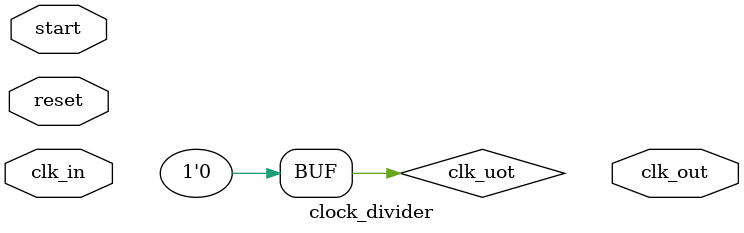
<source format=v>
`timescale 1ns / 1ps
module clock_divider(clk_out, clk_in, reset, start);
	parameter COUNTER_DIV = 23;
	
	input clk_in, reset, start;
	output clk_out;
	
	reg [COUNTER_DIV-1:0] counter;
	
	always @ (posedge clk_in or posedge reset)
	begin
		if (reset)
			counter <= 0;
		else if (start)
			counter <= counter + 1;
	end
	
	assign clk_uot = ((counter == 10000000)?1'b1:1'b0);

endmodule

</source>
